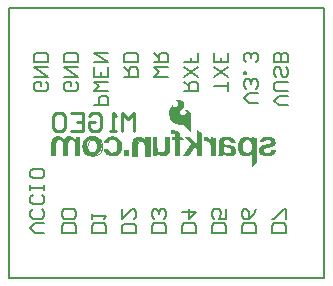
<source format=gbo>
G04 Layer_Color=32768*
%FSLAX25Y25*%
%MOIN*%
G70*
G01*
G75*
%ADD18C,0.01000*%
%ADD19C,0.00800*%
%ADD37C,0.00714*%
%ADD38C,0.00100*%
G36*
X153580Y142670D02*
X153580Y142452D01*
X153500Y142022D01*
X153344Y141615D01*
X153116Y141242D01*
X152970Y141080D01*
X152959Y141068D01*
X152935Y141044D01*
X152910Y141021D01*
X152884Y141000D01*
X152870Y140990D01*
X152745Y140900D01*
X152470Y140757D01*
X152178Y140655D01*
X151874Y140597D01*
X151720Y140590D01*
X151573Y140583D01*
X151278Y140589D01*
X150985Y140614D01*
X150694Y140658D01*
X150550Y140690D01*
Y140690D01*
X150524Y140696D01*
X150472Y140712D01*
X150422Y140732D01*
X150373Y140756D01*
X150350Y140770D01*
X150206Y140857D01*
X149938Y141062D01*
X149693Y141294D01*
X149475Y141551D01*
X149380Y141690D01*
X149370D01*
Y140750D01*
X147790D01*
Y146900D01*
X149450D01*
Y143630D01*
X149452Y143508D01*
X149467Y143263D01*
X149497Y143020D01*
X149542Y142779D01*
X149570Y142660D01*
X149606Y142544D01*
X149718Y142330D01*
X149875Y142146D01*
X150071Y142003D01*
X150180Y141950D01*
X150319Y141900D01*
X150608Y141843D01*
X150903Y141845D01*
X151192Y141907D01*
X151330Y141960D01*
X151330Y141960D01*
X151394Y141991D01*
X151514Y142068D01*
X151620Y142162D01*
X151711Y142271D01*
X151750Y142330D01*
X151792Y142405D01*
X151862Y142561D01*
X151912Y142726D01*
X151943Y142894D01*
X151950Y142980D01*
X151950D01*
Y146920D01*
X153580D01*
X153580Y142670D01*
D02*
G37*
G36*
X186461Y147061D02*
X186550Y147060D01*
Y147060D01*
X186763Y147056D01*
X187184Y146991D01*
X187592Y146870D01*
X187980Y146694D01*
X188160Y146580D01*
X188235Y146532D01*
X188371Y146416D01*
X188488Y146282D01*
X188584Y146131D01*
X188620Y146050D01*
X188689Y145896D01*
X188779Y145570D01*
X188817Y145234D01*
X188803Y144896D01*
X188770Y144730D01*
X188755Y144656D01*
X188703Y144513D01*
X188629Y144381D01*
X188535Y144262D01*
X188480Y144210D01*
X188480D01*
X188386Y144123D01*
X188180Y143972D01*
X187958Y143845D01*
X187723Y143746D01*
X187600Y143710D01*
X187424Y143658D01*
X187068Y143564D01*
X186711Y143479D01*
X186351Y143403D01*
X186170Y143370D01*
X186052Y143346D01*
X185819Y143285D01*
X185590Y143207D01*
X185368Y143113D01*
X185260Y143060D01*
X185169Y143003D01*
X185018Y142851D01*
X184922Y142659D01*
X184890Y142447D01*
X184900Y142340D01*
X184914Y142277D01*
X184959Y142157D01*
X185025Y142047D01*
X185111Y141951D01*
X185160Y141910D01*
X185236Y141857D01*
X185399Y141769D01*
X185574Y141708D01*
X185757Y141675D01*
X185850Y141670D01*
X185916Y141669D01*
X186049Y141668D01*
X186181D01*
X186314Y141669D01*
X186380Y141670D01*
X186409Y141671D01*
X186467Y141675D01*
X186525Y141683D01*
X186582Y141693D01*
X186610Y141700D01*
X186610Y141700D01*
X186703Y141727D01*
X186880Y141804D01*
X187043Y141908D01*
X187187Y142037D01*
X187250Y142110D01*
X187295Y142172D01*
X187367Y142306D01*
X187413Y142452D01*
X187431Y142604D01*
X187430Y142680D01*
Y142680D01*
Y142700D01*
X188950D01*
X188940Y142560D01*
X188938Y142531D01*
X188931Y142473D01*
X188921Y142415D01*
X188908Y142358D01*
X188900Y142330D01*
X188882Y142266D01*
X188843Y142140D01*
X188800Y142015D01*
X188754Y141891D01*
X188730Y141830D01*
Y141830D01*
X188693Y141738D01*
X188593Y141566D01*
X188468Y141411D01*
X188322Y141276D01*
X188240Y141220D01*
X188182Y141181D01*
X188066Y141104D01*
X187949Y141029D01*
X187830Y140956D01*
X187770Y140920D01*
Y140920D01*
X187690Y140872D01*
X187521Y140794D01*
X187344Y140733D01*
X187163Y140691D01*
X187070Y140680D01*
X186944Y140665D01*
X186692Y140640D01*
X186440Y140623D01*
X186187Y140612D01*
X186060Y140610D01*
X185929Y140608D01*
X185668Y140617D01*
X185407Y140640D01*
X185148Y140675D01*
X185020Y140700D01*
X185020Y140700D01*
X184818Y140738D01*
X184434Y140884D01*
X184081Y141094D01*
X183770Y141361D01*
X183640Y141520D01*
X183576Y141598D01*
X183472Y141770D01*
X183393Y141955D01*
X183342Y142150D01*
X183330Y142250D01*
X183330Y142250D01*
X183324Y142301D01*
X183314Y142403D01*
X183307Y142506D01*
X183301Y142609D01*
X183300Y142660D01*
X183297Y142764D01*
X183316Y142973D01*
X183359Y143177D01*
X183425Y143376D01*
X183470Y143470D01*
X183490Y143513D01*
X183540Y143594D01*
X183598Y143670D01*
X183664Y143739D01*
X183700Y143770D01*
X183764Y143825D01*
X183901Y143925D01*
X184044Y144016D01*
X184193Y144096D01*
X184270Y144130D01*
X184270Y144130D01*
X184429Y144201D01*
X184755Y144321D01*
X185089Y144419D01*
X185428Y144494D01*
X185600Y144520D01*
X185701Y144536D01*
X185902Y144571D01*
X186102Y144611D01*
X186301Y144656D01*
X186400Y144680D01*
X186478Y144702D01*
X186630Y144757D01*
X186776Y144827D01*
X186915Y144912D01*
X186980Y144960D01*
X187014Y144988D01*
X187074Y145051D01*
X187125Y145122D01*
X187165Y145199D01*
X187180Y145240D01*
X187196Y145299D01*
X187208Y145421D01*
X187193Y145542D01*
X187151Y145657D01*
X187120Y145710D01*
X187098Y145742D01*
X187047Y145800D01*
X186989Y145850D01*
X186924Y145892D01*
X186890Y145910D01*
X186890Y145910D01*
X186847Y145929D01*
X186759Y145962D01*
X186669Y145987D01*
X186577Y146004D01*
X186530Y146010D01*
X186445Y146018D01*
X186275Y146027D01*
X186105D01*
X185935Y146018D01*
X185850Y146010D01*
X185773Y145999D01*
X185622Y145962D01*
X185478Y145904D01*
X185343Y145826D01*
X185280Y145780D01*
X185234Y145741D01*
X185152Y145654D01*
X185083Y145555D01*
X185030Y145447D01*
X185010Y145390D01*
X185010Y145390D01*
X185003Y145364D01*
X184991Y145312D01*
X184983Y145260D01*
X184980Y145207D01*
X184980Y145180D01*
X183450D01*
X183480Y145460D01*
X183502Y145474D01*
X183480Y145490D01*
X183560Y145710D01*
X183574Y145750D01*
X183607Y145829D01*
X183642Y145906D01*
X183680Y145983D01*
X183700Y146020D01*
X183725Y146066D01*
X183781Y146153D01*
X183844Y146236D01*
X183913Y146314D01*
X183950Y146350D01*
X184036Y146434D01*
X184226Y146584D01*
X184430Y146712D01*
X184647Y146819D01*
X184760Y146860D01*
X184890Y146907D01*
X185156Y146980D01*
X185427Y147030D01*
X185702Y147058D01*
X185840Y147060D01*
X185929Y147061D01*
X186106Y147063D01*
X186284D01*
X186461Y147061D01*
D02*
G37*
G36*
X164170Y148340D02*
Y140730D01*
X164150Y140710D01*
X162520D01*
Y140760D01*
Y142860D01*
X161810Y143550D01*
X161790Y143520D01*
X160110Y140750D01*
X158110Y140740D01*
X160730Y144670D01*
X158460Y146890D01*
X160300D01*
X162540Y144650D01*
Y149270D01*
X164170Y148340D01*
D02*
G37*
G36*
X134796Y147258D02*
X135098Y147223D01*
X135396Y147158D01*
X135540Y147110D01*
X135970Y146968D01*
X136714Y146453D01*
X137281Y145748D01*
X137624Y144910D01*
X137670Y144460D01*
X137670Y144460D01*
X137682Y144338D01*
X137699Y144093D01*
X137706Y143848D01*
X137705Y143603D01*
X137700Y143480D01*
X137690Y143238D01*
X137595Y142764D01*
X137427Y142311D01*
X137190Y141890D01*
X137040Y141700D01*
X136902Y141525D01*
X136571Y141227D01*
X136196Y140987D01*
X135786Y140812D01*
X135570Y140760D01*
X135418Y140723D01*
X135110Y140668D01*
X134799Y140630D01*
X134486Y140611D01*
X134330Y140610D01*
X134154Y140610D01*
X133806Y140652D01*
X133465Y140736D01*
X133136Y140859D01*
X132980Y140940D01*
X132718Y141076D01*
X132260Y141450D01*
X131888Y141910D01*
X131618Y142435D01*
X131540Y142720D01*
X131528Y142765D01*
X131509Y142857D01*
X131496Y142950D01*
X131490Y143043D01*
Y143090D01*
Y143110D01*
X133090D01*
Y143110D01*
X133100Y143008D01*
X133140Y142806D01*
X133206Y142612D01*
X133296Y142427D01*
X133350Y142340D01*
X133350D01*
X133383Y142293D01*
X133457Y142203D01*
X133540Y142123D01*
X133632Y142052D01*
X133680Y142020D01*
X133759Y141974D01*
X133925Y141899D01*
X134099Y141846D01*
X134279Y141816D01*
X134370Y141810D01*
X134451Y141809D01*
X134613Y141817D01*
X134774Y141840D01*
X134932Y141876D01*
X135010Y141900D01*
X135159Y141959D01*
X135429Y142127D01*
X135652Y142356D01*
X135815Y142630D01*
X135870Y142780D01*
X135913Y142930D01*
X135982Y143235D01*
X136029Y143543D01*
X136055Y143854D01*
X136060Y144010D01*
X136052Y144240D01*
X135972Y144692D01*
X135808Y145122D01*
X135567Y145513D01*
X135420Y145690D01*
X135387Y145724D01*
X135313Y145785D01*
X135232Y145836D01*
X135145Y145875D01*
X135100Y145890D01*
X135100Y145890D01*
X135018Y145913D01*
X134852Y145949D01*
X134684Y145974D01*
X134515Y145988D01*
X134430Y145990D01*
X134345Y145989D01*
X134176Y145972D01*
X134010Y145936D01*
X133848Y145883D01*
X133770Y145850D01*
X133639Y145779D01*
X133415Y145584D01*
X133254Y145334D01*
X133171Y145049D01*
X133160Y144900D01*
Y144890D01*
X131510D01*
X131510Y144890D01*
X131524Y145010D01*
X131570Y145248D01*
X131636Y145482D01*
X131719Y145710D01*
X131770Y145820D01*
X131873Y146044D01*
X132171Y146436D01*
X132547Y146755D01*
X132982Y146985D01*
X133220Y147050D01*
X133357Y147088D01*
X133635Y147151D01*
X133916Y147201D01*
X134198Y147238D01*
X134340Y147250D01*
X134492Y147263D01*
X134796Y147258D01*
D02*
G37*
G36*
X140080Y140720D02*
X138130D01*
Y142630D01*
X140080D01*
Y140720D01*
D02*
G37*
G36*
X143361Y147064D02*
X143460Y147060D01*
Y147060D01*
X143617Y147053D01*
X143926Y146991D01*
X144222Y146882D01*
X144496Y146728D01*
X144620Y146630D01*
X144668Y146592D01*
X144759Y146510D01*
X144844Y146422D01*
X144923Y146329D01*
X144960Y146280D01*
X144974Y146261D01*
X145001Y146224D01*
X145029Y146186D01*
X145056Y146149D01*
X145070Y146130D01*
X145076Y146122D01*
X145088Y146107D01*
X145100Y146092D01*
X145113Y146077D01*
X145120Y146070D01*
X145127Y146063D01*
X145143Y146052D01*
X145161Y146044D01*
X145180Y146040D01*
X145190Y146040D01*
X145220D01*
Y146910D01*
X146810D01*
Y140720D01*
X145150D01*
Y144140D01*
X145150Y144174D01*
X145151Y144241D01*
Y144309D01*
X145150Y144376D01*
X145150Y144410D01*
X145150Y144410D01*
X145147Y144489D01*
X145131Y144647D01*
X145101Y144803D01*
X145057Y144955D01*
X145030Y145030D01*
X144999Y145103D01*
X144925Y145241D01*
X144834Y145370D01*
X144728Y145487D01*
X144670Y145540D01*
X144602Y145594D01*
X144455Y145683D01*
X144295Y145747D01*
X144126Y145783D01*
X144040Y145790D01*
X143985Y145792D01*
X143875Y145797D01*
X143765Y145802D01*
X143655Y145807D01*
X143600Y145810D01*
X143567Y145811D01*
X143501Y145807D01*
X143435Y145797D01*
X143371Y145781D01*
X143340Y145770D01*
X143340D01*
X143270Y145741D01*
X143138Y145665D01*
X143021Y145569D01*
X142922Y145454D01*
X142880Y145390D01*
X142827Y145295D01*
X142741Y145095D01*
X142683Y144885D01*
X142654Y144669D01*
X142650Y144560D01*
Y140760D01*
X141040D01*
Y144910D01*
X141042Y145022D01*
X141059Y145244D01*
X141092Y145465D01*
X141139Y145683D01*
X141170Y145790D01*
X141201Y145897D01*
X141289Y146103D01*
X141403Y146295D01*
X141541Y146471D01*
X141620Y146550D01*
X141725Y146654D01*
X141968Y146824D01*
X142237Y146949D01*
X142523Y147026D01*
X142670Y147040D01*
X142768Y147049D01*
X142966Y147061D01*
X143164Y147066D01*
X143361Y147064D01*
D02*
G37*
G36*
X128480Y147190D02*
X129810Y146530D01*
X130650Y145460D01*
X130970Y144060D01*
X130730Y142530D01*
X130100Y141550D01*
X128980Y140850D01*
X127800Y140690D01*
X126810Y140790D01*
X126080Y141040D01*
X125640Y141350D01*
X125170Y141800D01*
X124850Y142310D01*
X124580Y143280D01*
X124480Y144110D01*
X124590Y144970D01*
X125000Y145890D01*
X125430Y146390D01*
X126210Y146930D01*
X126850Y147150D01*
X127640Y147250D01*
X127660Y146080D01*
X127620D01*
X127140Y146040D01*
X126750Y145830D01*
X126410Y145500D01*
X126110Y144850D01*
X126010Y144080D01*
Y143510D01*
X126160Y142890D01*
X126380Y142400D01*
X126820Y142000D01*
X127530Y141760D01*
X128240Y141850D01*
X128910Y142260D01*
X129130Y142680D01*
X129280Y143140D01*
X129350Y143640D01*
X129330Y144380D01*
X129220Y144970D01*
X129060Y145330D01*
X128740Y145770D01*
X128270Y146030D01*
X127830Y146090D01*
Y147240D01*
X127880Y147260D01*
X127900D01*
X128480Y147190D01*
D02*
G37*
G36*
X173315Y147028D02*
X173570Y146980D01*
X173693Y146957D01*
X173936Y146891D01*
X174172Y146806D01*
X174400Y146701D01*
X174510Y146640D01*
X174726Y146519D01*
X175083Y146175D01*
X175340Y145752D01*
X175482Y145278D01*
X175490Y145040D01*
X175500D01*
X175490Y145030D01*
X175490D01*
X175490Y145040D01*
X173830D01*
X173830Y145060D01*
X173820Y145197D01*
X173740Y145459D01*
X173586Y145687D01*
X173373Y145859D01*
X173250Y145920D01*
X173194Y145941D01*
X173078Y145975D01*
X172960Y145998D01*
X172840Y146009D01*
X172780Y146010D01*
X172712Y146009D01*
X172577Y146006D01*
X172442Y146001D01*
X172307Y145994D01*
X172240Y145990D01*
X172182Y145984D01*
X172069Y145960D01*
X171960Y145919D01*
X171858Y145863D01*
X171810Y145830D01*
X171768Y145796D01*
X171692Y145717D01*
X171628Y145629D01*
X171579Y145531D01*
X171560Y145480D01*
X171560D01*
X171537Y145401D01*
X171511Y145238D01*
Y145072D01*
X171537Y144910D01*
X171560Y144830D01*
X171564Y144818D01*
X171575Y144794D01*
X171587Y144771D01*
X171602Y144750D01*
X171610Y144740D01*
X171623Y144725D01*
X171652Y144695D01*
X171682Y144668D01*
X171713Y144642D01*
X171730Y144630D01*
X171773Y144601D01*
X171861Y144550D01*
X171954Y144508D01*
X172051Y144474D01*
X172100Y144460D01*
X172164Y144445D01*
X172293Y144417D01*
X172424Y144395D01*
X172554Y144377D01*
X172620Y144370D01*
Y144370D01*
X172729Y144360D01*
X172946Y144338D01*
X173164Y144315D01*
X173381Y144292D01*
X173490Y144280D01*
X173643Y144263D01*
X173946Y144208D01*
X174244Y144133D01*
X174537Y144037D01*
X174680Y143980D01*
X174788Y143936D01*
X174989Y143818D01*
X175169Y143670D01*
X175326Y143497D01*
X175390Y143400D01*
X175443Y143321D01*
X175527Y143150D01*
X175591Y142971D01*
X175631Y142785D01*
X175640Y142690D01*
X175640Y142690D01*
X175654Y142534D01*
X175641Y142220D01*
X175585Y141910D01*
X175488Y141612D01*
X175420Y141470D01*
X175420D01*
X175384Y141395D01*
X175291Y141256D01*
X175179Y141132D01*
X175051Y141024D01*
X174980Y140980D01*
X174862Y140907D01*
X174611Y140787D01*
X174349Y140696D01*
X174078Y140635D01*
X173940Y140620D01*
X173780Y140603D01*
X173457Y140595D01*
X173136Y140615D01*
X172817Y140663D01*
X172660Y140700D01*
X172660D01*
X172502Y140737D01*
X172201Y140856D01*
X171919Y141016D01*
X171663Y141214D01*
X171550Y141330D01*
Y141330D01*
X171537Y141340D01*
X171507Y141348D01*
X171476Y141339D01*
X171455Y141315D01*
X171450Y141300D01*
X171440Y141248D01*
X171419Y141146D01*
X171397Y141043D01*
X171373Y140941D01*
X171360Y140890D01*
X171360D01*
X171356Y140876D01*
X171349Y140849D01*
X171342Y140821D01*
X171334Y140794D01*
X171330Y140780D01*
X171328Y140774D01*
X171320Y140764D01*
X171309Y140758D01*
X171296Y140758D01*
X171290Y140760D01*
X169700D01*
X169730Y140840D01*
X169774Y140967D01*
X169843Y141225D01*
X169889Y141489D01*
X169909Y141756D01*
X169910Y141890D01*
Y141890D01*
X169906Y142104D01*
X169901Y142531D01*
X169899Y142959D01*
X169899Y143386D01*
X169900Y143600D01*
X171510D01*
Y143270D01*
X171512Y143161D01*
X171526Y142945D01*
X171553Y142729D01*
X171594Y142516D01*
X171620Y142410D01*
X171622Y142401D01*
X171627Y142384D01*
X171632Y142366D01*
X171637Y142349D01*
X171640Y142340D01*
X171640Y142340D01*
X171649Y142313D01*
X171672Y142260D01*
X171700Y142210D01*
X171732Y142162D01*
X171750Y142140D01*
X171784Y142100D01*
X171855Y142024D01*
X171931Y141951D01*
X172009Y141883D01*
X172050Y141850D01*
X172079Y141828D01*
X172141Y141789D01*
X172206Y141756D01*
X172275Y141730D01*
X172310Y141720D01*
X172362Y141707D01*
X172466Y141686D01*
X172571Y141671D01*
X172677Y141662D01*
X172730Y141660D01*
X172806Y141659D01*
X172959Y141659D01*
X173112Y141665D01*
X173264Y141674D01*
X173340Y141680D01*
X173413Y141690D01*
X173555Y141729D01*
X173688Y141793D01*
X173807Y141879D01*
X173860Y141930D01*
X173893Y141968D01*
X173951Y142051D01*
X173994Y142143D01*
X174022Y142240D01*
X174030Y142290D01*
X174037Y142380D01*
X174032Y142561D01*
X173999Y142738D01*
X173939Y142909D01*
X173900Y142990D01*
X173900Y142990D01*
X173881Y143023D01*
X173838Y143087D01*
X173787Y143145D01*
X173731Y143197D01*
X173700Y143220D01*
X173700Y143220D01*
X173629Y143268D01*
X173479Y143349D01*
X173320Y143409D01*
X173154Y143449D01*
X173070Y143460D01*
X172999Y143467D01*
X172856Y143482D01*
X172714Y143497D01*
X172571Y143512D01*
X172500Y143520D01*
X172401Y143531D01*
X172206Y143564D01*
X172013Y143609D01*
X171823Y143666D01*
X171730Y143700D01*
X171697Y143712D01*
X171638Y143747D01*
X171587Y143794D01*
X171545Y143849D01*
X171530Y143880D01*
X171510D01*
Y143640D01*
X169910D01*
Y145540D01*
X169910Y145687D01*
X169981Y145972D01*
X170120Y146231D01*
X170318Y146449D01*
X170440Y146530D01*
X170561Y146611D01*
X170819Y146747D01*
X171088Y146858D01*
X171367Y146942D01*
X171510Y146970D01*
X171764Y147020D01*
X172280Y147072D01*
X172799Y147074D01*
X173315Y147028D01*
D02*
G37*
G36*
X165450Y147050D02*
X165554Y147048D01*
X165761Y147013D01*
X165959Y146947D01*
X166145Y146851D01*
X166230Y146790D01*
X166230Y146790D01*
X166273Y146760D01*
X166359Y146700D01*
X166446Y146643D01*
X166535Y146587D01*
X166580Y146560D01*
X166622Y146535D01*
X166700Y146475D01*
X166771Y146407D01*
X166833Y146331D01*
X166860Y146290D01*
X166893Y146239D01*
X166961Y146136D01*
X167028Y146033D01*
X167096Y145931D01*
X167130Y145880D01*
X167210Y145760D01*
X167270Y145740D01*
X167310Y145760D01*
Y146890D01*
X168830Y146620D01*
X168840Y140760D01*
X167200D01*
Y143840D01*
X167198Y143925D01*
X167183Y144095D01*
X167155Y144263D01*
X167115Y144429D01*
X167090Y144510D01*
X167044Y144634D01*
X166921Y144869D01*
X166760Y145080D01*
X166567Y145262D01*
X166460Y145340D01*
X166388Y145385D01*
X166238Y145460D01*
X166078Y145515D01*
X165914Y145550D01*
X165830Y145560D01*
X165754Y145566D01*
X165601Y145572D01*
X165449D01*
X165296Y145566D01*
X165220Y145560D01*
X165189Y145557D01*
X165129Y145548D01*
X165068Y145536D01*
X165009Y145519D01*
X164980Y145510D01*
X164973Y145508D01*
X164958Y145504D01*
X164943Y145501D01*
X164928Y145500D01*
X164920Y145500D01*
X164910D01*
Y147020D01*
X164910D01*
X164910Y147020D01*
Y147020D01*
X164977Y147029D01*
X165112Y147041D01*
X165247Y147049D01*
X165382Y147051D01*
X165450Y147050D01*
D02*
G37*
G36*
X155114Y149256D02*
X155190Y149250D01*
X155393Y149235D01*
X155784Y149127D01*
X156147Y148944D01*
X156468Y148694D01*
X156600Y148540D01*
X156657Y148474D01*
X156751Y148328D01*
X156824Y148171D01*
X156876Y148006D01*
X156890Y147920D01*
X156907Y147816D01*
X156934Y147607D01*
X156951Y147396D01*
X156960Y147186D01*
X156960Y147080D01*
X156960Y146900D01*
X157500D01*
X158550Y145850D01*
X156980Y145840D01*
Y145760D01*
Y140720D01*
X155340D01*
Y145850D01*
X154160D01*
Y146900D01*
X155330D01*
Y147450D01*
X155328Y147498D01*
X155315Y147594D01*
X155290Y147688D01*
X155253Y147777D01*
X155230Y147820D01*
X155203Y147861D01*
X155138Y147933D01*
X155058Y147990D01*
X154968Y148028D01*
X154920Y148040D01*
X154920Y148040D01*
X154829Y148055D01*
X154647Y148072D01*
X154463D01*
X154281Y148055D01*
X154190Y148040D01*
X154176Y148038D01*
X154149Y148034D01*
X154121Y148031D01*
X154094Y148030D01*
X154080Y148030D01*
X154050D01*
Y149220D01*
X154060D01*
Y149220D01*
X154125Y149223D01*
X154255Y149229D01*
X154385Y149237D01*
X154515Y149245D01*
X154580Y149250D01*
X154656Y149256D01*
X154809Y149261D01*
X154961D01*
X155114Y149256D01*
D02*
G37*
G36*
X156925Y159361D02*
X157174Y159292D01*
X157411Y159188D01*
X157520Y159120D01*
X157600Y159070D01*
X157753Y158959D01*
X157899Y158839D01*
X158036Y158709D01*
X158100Y158640D01*
X158100Y158640D01*
X158225Y158504D01*
X158380Y158169D01*
X158423Y157803D01*
X158350Y157441D01*
X158260Y157280D01*
X158157Y157098D01*
X157923Y156751D01*
X157662Y156424D01*
X157375Y156120D01*
X157220Y155980D01*
X157085Y155827D01*
X156936Y155451D01*
X156967Y155048D01*
X157173Y154700D01*
X157330Y154570D01*
Y154570D01*
X157411Y154521D01*
X157581Y154438D01*
X157760Y154377D01*
X157946Y154340D01*
X158040Y154330D01*
X158150Y154327D01*
X158367Y154351D01*
X158577Y154415D01*
X158771Y154516D01*
X158860Y154580D01*
X158897Y154611D01*
X158963Y154681D01*
X159019Y154759D01*
X159063Y154845D01*
X159080Y154890D01*
X159099Y154955D01*
X159121Y155088D01*
Y155222D01*
X159099Y155355D01*
X159080Y155420D01*
X159073Y155438D01*
X159055Y155471D01*
X159032Y155502D01*
X159005Y155528D01*
X158990Y155540D01*
X158948Y155570D01*
X158865Y155629D01*
X158783Y155689D01*
X158701Y155749D01*
X158660Y155780D01*
X158660Y155780D01*
X158638Y155795D01*
X158590Y155816D01*
X158538Y155826D01*
X158492Y155825D01*
X158460Y155820D01*
X158486Y155825D01*
X158492Y155825D01*
X158650Y155850D01*
X158742Y155864D01*
X158927Y155879D01*
X159113D01*
X159298Y155864D01*
X159390Y155850D01*
X159531Y155828D01*
X159799Y155727D01*
X160042Y155575D01*
X160248Y155378D01*
X160330Y155260D01*
X160400Y155158D01*
X160508Y154936D01*
X160579Y154699D01*
X160613Y154454D01*
X160610Y154330D01*
Y148360D01*
X158690Y150520D01*
X158611Y150605D01*
X158440Y150761D01*
X158253Y150900D01*
X158054Y151019D01*
X157950Y151070D01*
X157914Y151086D01*
X157841Y151112D01*
X157766Y151132D01*
X157689Y151146D01*
X157650Y151150D01*
X157650Y151150D01*
X156750D01*
X156547Y151150D01*
X156146Y151205D01*
X155755Y151314D01*
X155383Y151475D01*
X155210Y151580D01*
X155031Y151689D01*
X154697Y151942D01*
X154392Y152229D01*
X154119Y152548D01*
X154000Y152720D01*
X153784Y153034D01*
X153471Y153729D01*
X153289Y154470D01*
X153244Y155231D01*
X153290Y155610D01*
X153309Y155766D01*
X153382Y156071D01*
X153488Y156366D01*
X153626Y156648D01*
X153710Y156780D01*
X153710Y156780D01*
X153787Y156901D01*
X153966Y157125D01*
X154168Y157330D01*
X154390Y157511D01*
X154510Y157590D01*
X154510D01*
Y157240D01*
X154510Y157226D01*
X154514Y157197D01*
X154522Y157169D01*
X154533Y157143D01*
X154540Y157130D01*
X154565Y157091D01*
X154624Y157018D01*
X154692Y156955D01*
X154769Y156902D01*
X154810Y156880D01*
X154820Y156875D01*
X154839Y156867D01*
X154859Y156859D01*
X154880Y156853D01*
X154890Y156850D01*
X154974Y156833D01*
X155144Y156827D01*
X155311Y156858D01*
X155468Y156924D01*
X155540Y156970D01*
X155585Y157002D01*
X155675Y157067D01*
X155765Y157132D01*
X155855Y157197D01*
X155900Y157230D01*
X155944Y157263D01*
X156027Y157335D01*
X156105Y157413D01*
X156177Y157496D01*
X156210Y157540D01*
X156242Y157585D01*
X156299Y157679D01*
X156350Y157776D01*
X156392Y157878D01*
X156410Y157930D01*
X156419Y157962D01*
X156432Y158026D01*
X156437Y158092D01*
X156434Y158157D01*
X156430Y158190D01*
Y158190D01*
X156404Y158300D01*
X156311Y158507D01*
X156168Y158682D01*
X155983Y158813D01*
X155880Y158860D01*
X155831Y158877D01*
X155729Y158906D01*
X155627Y158926D01*
X155522Y158937D01*
X155470Y158940D01*
X155470Y158940D01*
X155440Y158941D01*
X155380Y158942D01*
X155320D01*
X155260Y158941D01*
X155230Y158940D01*
D01*
X155230D01*
X155230D01*
X155240Y158950D01*
X155279Y158988D01*
X155365Y159055D01*
X155458Y159111D01*
X155558Y159154D01*
X155610Y159170D01*
X155628Y159176D01*
X155664Y159189D01*
X155699Y159204D01*
X155733Y159221D01*
X155750Y159230D01*
X155761Y159236D01*
X155783Y159247D01*
X155805Y159257D01*
X155828Y159266D01*
X155840Y159270D01*
X155925Y159298D01*
X156098Y159341D01*
X156273Y159371D01*
X156451Y159388D01*
X156540Y159390D01*
X156540Y159390D01*
X156669Y159393D01*
X156925Y159361D01*
D02*
G37*
G36*
X179178Y147059D02*
X179373Y147049D01*
X179470Y147040D01*
X179494Y147038D01*
X179542Y147031D01*
X179590Y147021D01*
X179637Y147008D01*
X179660Y147000D01*
X179726Y146977D01*
X179858Y146929D01*
X179988Y146876D01*
X180117Y146820D01*
X180180Y146790D01*
X180180Y146790D01*
X180221Y146771D01*
X180298Y146725D01*
X180371Y146672D01*
X180439Y146613D01*
X180470Y146580D01*
X180514Y146533D01*
X180603Y146439D01*
X180690Y146344D01*
X180777Y146248D01*
X180820Y146200D01*
X180910Y146100D01*
X180930Y146110D01*
X180960Y146140D01*
X180950Y146930D01*
X182480Y146640D01*
Y146610D01*
Y138540D01*
X180850Y137070D01*
Y141480D01*
Y142700D01*
X180800D01*
Y142700D01*
X180792Y142699D01*
X180778Y142705D01*
X180769Y142718D01*
X180767Y142733D01*
X180770Y142740D01*
Y142740D01*
X180783Y142773D01*
X180807Y142840D01*
X180830Y142908D01*
X180850Y142976D01*
X180860Y143010D01*
X180870Y143048D01*
X180886Y143125D01*
X180899Y143203D01*
X180907Y143281D01*
X180910Y143320D01*
X180916Y143446D01*
X180924Y143699D01*
X180927Y143951D01*
X180924Y144204D01*
X180920Y144330D01*
X180911Y144454D01*
X180866Y144700D01*
X180784Y144935D01*
X180669Y145156D01*
X180600Y145260D01*
X180544Y145333D01*
X180424Y145470D01*
X180290Y145596D01*
X180146Y145709D01*
X180070Y145760D01*
X180036Y145781D01*
X179964Y145815D01*
X179888Y145840D01*
X179810Y145856D01*
X179770Y145860D01*
X179770D01*
X179716Y145864D01*
X179609Y145870D01*
X179501Y145875D01*
X179394Y145879D01*
X179340Y145880D01*
X179253Y145878D01*
X179080Y145856D01*
X178913Y145808D01*
X178755Y145735D01*
X178680Y145690D01*
X178519Y145571D01*
X178243Y145283D01*
X178039Y144939D01*
X177917Y144558D01*
X177890Y144360D01*
X177890Y144360D01*
X177878Y144164D01*
X177878Y143771D01*
X177908Y143380D01*
X177968Y142992D01*
X178010Y142800D01*
X178059Y142641D01*
X178216Y142348D01*
X178443Y142106D01*
X178725Y141929D01*
X178880Y141870D01*
X178969Y141845D01*
X179150Y141809D01*
X179333Y141791D01*
X179518Y141792D01*
X179610Y141800D01*
Y141800D01*
X179684Y141810D01*
X179832Y141841D01*
X179975Y141886D01*
X180113Y141945D01*
X180180Y141980D01*
X180263Y142030D01*
X180413Y142151D01*
X180541Y142297D01*
X180641Y142462D01*
X180680Y142550D01*
X180682Y142554D01*
X180686Y142562D01*
X180691Y142570D01*
X180697Y142577D01*
X180700Y142580D01*
X180707Y142587D01*
X180718Y142603D01*
X180726Y142621D01*
X180729Y142640D01*
X180730Y142650D01*
X180730Y142670D01*
X180760Y142640D01*
Y141470D01*
X180760D01*
X180673Y141318D01*
X180438Y141058D01*
X180153Y140854D01*
X179832Y140714D01*
X179660Y140680D01*
X179660Y140680D01*
X179482Y140644D01*
X179120Y140611D01*
X178757Y140616D01*
X178397Y140659D01*
X178220Y140700D01*
X178034Y140743D01*
X177682Y140889D01*
X177360Y141094D01*
X177078Y141350D01*
X176960Y141500D01*
X176960D01*
X176831Y141665D01*
X176618Y142025D01*
X176453Y142410D01*
X176340Y142813D01*
X176310Y143020D01*
X176263Y143345D01*
X176258Y144002D01*
X176341Y144653D01*
X176512Y145287D01*
X176640Y145590D01*
X176640Y145590D01*
X176686Y145698D01*
X176800Y145904D01*
X176936Y146095D01*
X177093Y146271D01*
X177180Y146350D01*
X177180Y146350D01*
X177257Y146420D01*
X177419Y146548D01*
X177590Y146666D01*
X177768Y146773D01*
X177860Y146820D01*
X177956Y146870D01*
X178159Y146949D01*
X178368Y147007D01*
X178582Y147043D01*
X178690Y147050D01*
X178787Y147056D01*
X178983Y147061D01*
X179178Y147059D01*
D02*
G37*
G36*
X184980Y145180D02*
Y145180D01*
D01*
Y145180D01*
D02*
G37*
G36*
X120050Y147260D02*
X120050Y147260D01*
X120118Y147258D01*
X120253Y147250D01*
X120388Y147237D01*
X120523Y147221D01*
X120590Y147210D01*
X120645Y147202D01*
X120753Y147180D01*
X120861Y147155D01*
X120967Y147126D01*
X121020Y147110D01*
X121020D01*
X121112Y147081D01*
X121288Y147001D01*
X121452Y146900D01*
X121603Y146779D01*
X121670Y146710D01*
X121970Y146400D01*
X122100Y146230D01*
X122190Y146210D01*
Y147080D01*
X123760D01*
Y140760D01*
X122060D01*
Y144620D01*
X122060D01*
X122072Y144714D01*
X122069Y144903D01*
X122028Y145088D01*
X121951Y145260D01*
X121900Y145340D01*
X121863Y145391D01*
X121785Y145490D01*
X121702Y145585D01*
X121615Y145676D01*
X121570Y145720D01*
X121518Y145766D01*
X121402Y145843D01*
X121274Y145899D01*
X121139Y145932D01*
X121070Y145940D01*
X121028Y145943D01*
X120943Y145948D01*
X120858Y145953D01*
X120773Y145958D01*
X120730Y145960D01*
X120730Y145960D01*
X120632Y145959D01*
X120438Y145924D01*
X120257Y145847D01*
X120099Y145731D01*
X120030Y145660D01*
X119966Y145580D01*
X119862Y145404D01*
X119791Y145213D01*
X119755Y145012D01*
X119750Y144910D01*
Y140750D01*
X118050D01*
Y144500D01*
X118050D01*
X118049Y144555D01*
X118045Y144665D01*
X118037Y144775D01*
X118027Y144885D01*
X118020Y144940D01*
X118003Y145039D01*
X117948Y145232D01*
X117864Y145415D01*
X117754Y145583D01*
X117690Y145660D01*
X117643Y145708D01*
X117538Y145792D01*
X117421Y145858D01*
X117295Y145905D01*
X117230Y145920D01*
X117230Y145920D01*
X117140Y145935D01*
X116957Y145954D01*
X116774Y145957D01*
X116591Y145943D01*
X116500Y145930D01*
X116405Y145909D01*
X116225Y145834D01*
X116068Y145720D01*
X115940Y145573D01*
X115890Y145490D01*
X115851Y145409D01*
X115787Y145242D01*
X115744Y145068D01*
X115723Y144890D01*
X115720Y144800D01*
Y140750D01*
X114050D01*
Y145310D01*
X114050D01*
X114058Y145474D01*
X114125Y145796D01*
X114239Y146104D01*
X114399Y146390D01*
X114500Y146520D01*
X114584Y146628D01*
X114786Y146815D01*
X115016Y146965D01*
X115267Y147076D01*
X115400Y147110D01*
X115523Y147141D01*
X115771Y147190D01*
X116021Y147225D01*
X116273Y147247D01*
X116400Y147250D01*
X116400Y147250D01*
X116533Y147254D01*
X116796Y147223D01*
X117053Y147154D01*
X117297Y147049D01*
X117410Y146980D01*
X117502Y146924D01*
X117677Y146798D01*
X117843Y146660D01*
X117998Y146510D01*
X118070Y146430D01*
X118092Y146406D01*
X118136Y146358D01*
X118181Y146310D01*
X118227Y146263D01*
X118250Y146240D01*
X118286Y146204D01*
X118286D01*
X118320Y146190D01*
X118393Y146350D01*
X118597Y146635D01*
X118851Y146877D01*
X119147Y147065D01*
X119310Y147130D01*
X119398Y147165D01*
X119580Y147216D01*
X119767Y147249D01*
X119955Y147263D01*
X120050Y147260D01*
D02*
G37*
%LPC*%
G36*
X172780Y146010D02*
X172780D01*
D01*
X172780D01*
D02*
G37*
%LPD*%
D18*
X141500Y149000D02*
Y154998D01*
X139501Y152999D01*
X137501Y154998D01*
Y149000D01*
X135502D02*
X133503D01*
X134502D01*
Y154998D01*
X135502Y153998D01*
X126505D02*
X127505Y154998D01*
X129504D01*
X130504Y153998D01*
Y150000D01*
X129504Y149000D01*
X127505D01*
X126505Y150000D01*
Y151999D01*
X128504D01*
X120507Y154998D02*
X124505D01*
Y149000D01*
X120507D01*
X124505Y151999D02*
X122506D01*
X115508Y154998D02*
X117508D01*
X118507Y153998D01*
Y150000D01*
X117508Y149000D01*
X115508D01*
X114509Y150000D01*
Y153998D01*
X115508Y154998D01*
D19*
X100000Y190000D02*
X205000D01*
Y100000D02*
Y190000D01*
X100000Y100000D02*
X205000D01*
X100000D02*
Y190000D01*
D37*
X193000Y157552D02*
X189828D01*
X188242Y159139D01*
X189828Y160725D01*
X193000D01*
Y162311D02*
X189035D01*
X188242Y163104D01*
Y164690D01*
X189035Y165483D01*
X193000D01*
X192207Y170241D02*
X193000Y169448D01*
Y167862D01*
X192207Y167069D01*
X191414D01*
X190621Y167862D01*
Y169448D01*
X189828Y170241D01*
X189035D01*
X188242Y169448D01*
Y167862D01*
X189035Y167069D01*
X193000Y171828D02*
X188242D01*
Y174207D01*
X189035Y175000D01*
X189828D01*
X190621Y174207D01*
Y171828D01*
Y174207D01*
X191414Y175000D01*
X192207D01*
X193000Y174207D01*
Y171828D01*
X183000Y158345D02*
X179828D01*
X178242Y159932D01*
X179828Y161518D01*
X183000D01*
X182207Y163104D02*
X183000Y163897D01*
Y165483D01*
X182207Y166276D01*
X181414D01*
X180621Y165483D01*
Y164690D01*
Y165483D01*
X179828Y166276D01*
X179035D01*
X178242Y165483D01*
Y163897D01*
X179035Y163104D01*
X178242Y167862D02*
X179035D01*
Y168655D01*
X178242D01*
Y167862D01*
X182207Y171828D02*
X183000Y172621D01*
Y174207D01*
X182207Y175000D01*
X181414D01*
X180621Y174207D01*
Y173414D01*
Y174207D01*
X179828Y175000D01*
X179035D01*
X178242Y174207D01*
Y172621D01*
X179035Y171828D01*
X173000Y162311D02*
Y165483D01*
Y163897D01*
X168242D01*
X173000Y167069D02*
X168242Y170241D01*
X173000D02*
X168242Y167069D01*
X173000Y175000D02*
Y171828D01*
X168242D01*
Y175000D01*
X170621Y171828D02*
Y173414D01*
X158241Y162311D02*
X163000D01*
Y164690D01*
X162207Y165483D01*
X160621D01*
X159828Y164690D01*
Y162311D01*
Y163897D02*
X158241Y165483D01*
X163000Y167069D02*
X158241Y170241D01*
X163000D02*
X158241Y167069D01*
X163000Y175000D02*
Y171828D01*
X160621D01*
Y173414D01*
Y171828D01*
X158241D01*
X153000Y167069D02*
X148241D01*
X149828Y168655D01*
X148241Y170241D01*
X153000D01*
X148241Y171828D02*
X153000D01*
Y174207D01*
X152207Y175000D01*
X150621D01*
X149828Y174207D01*
Y171828D01*
Y173414D02*
X148241Y175000D01*
X138242Y167069D02*
X143000D01*
Y169448D01*
X142207Y170241D01*
X140621D01*
X139828Y169448D01*
Y167069D01*
Y168655D02*
X138242Y170241D01*
X143000Y171828D02*
X138242D01*
Y174207D01*
X139035Y175000D01*
X142207D01*
X143000Y174207D01*
Y171828D01*
X128242Y157552D02*
X133000D01*
Y159932D01*
X132207Y160725D01*
X130621D01*
X129828Y159932D01*
Y157552D01*
X133000Y162311D02*
X128242D01*
X129828Y163897D01*
X128242Y165483D01*
X133000D01*
Y170241D02*
Y167069D01*
X128242D01*
Y170241D01*
X130621Y167069D02*
Y168655D01*
X128242Y171828D02*
X133000D01*
X128242Y175000D01*
X133000D01*
X122207Y165483D02*
X123000Y164690D01*
Y163104D01*
X122207Y162311D01*
X119035D01*
X118242Y163104D01*
Y164690D01*
X119035Y165483D01*
X120621D01*
Y163897D01*
X118242Y167069D02*
X123000D01*
X118242Y170241D01*
X123000D01*
Y171828D02*
X118242D01*
Y174207D01*
X119035Y175000D01*
X122207D01*
X123000Y174207D01*
Y171828D01*
X192259Y115000D02*
X187500D01*
Y117379D01*
X188293Y118172D01*
X191465D01*
X192259Y117379D01*
Y115000D01*
Y119758D02*
Y122931D01*
X191465D01*
X188293Y119758D01*
X187500D01*
X182258Y115000D02*
X177500D01*
Y117379D01*
X178293Y118172D01*
X181465D01*
X182258Y117379D01*
Y115000D01*
Y122931D02*
X181465Y121345D01*
X179879Y119758D01*
X178293D01*
X177500Y120552D01*
Y122138D01*
X178293Y122931D01*
X179086D01*
X179879Y122138D01*
Y119758D01*
X172258Y115000D02*
X167500D01*
Y117379D01*
X168293Y118172D01*
X171465D01*
X172258Y117379D01*
Y115000D01*
Y122931D02*
Y119758D01*
X169879D01*
X170672Y121345D01*
Y122138D01*
X169879Y122931D01*
X168293D01*
X167500Y122138D01*
Y120552D01*
X168293Y119758D01*
X162259Y115000D02*
X157500D01*
Y117379D01*
X158293Y118172D01*
X161465D01*
X162259Y117379D01*
Y115000D01*
X157500Y122138D02*
X162259D01*
X159879Y119758D01*
Y122931D01*
X152259Y115000D02*
X147500D01*
Y117379D01*
X148293Y118172D01*
X151465D01*
X152259Y117379D01*
Y115000D01*
X151465Y119758D02*
X152259Y120552D01*
Y122138D01*
X151465Y122931D01*
X150672D01*
X149879Y122138D01*
Y121345D01*
Y122138D01*
X149086Y122931D01*
X148293D01*
X147500Y122138D01*
Y120552D01*
X148293Y119758D01*
X142383Y114941D02*
X137624D01*
Y117320D01*
X138417Y118113D01*
X141589D01*
X142383Y117320D01*
Y114941D01*
X137624Y122872D02*
Y119700D01*
X140796Y122872D01*
X141589D01*
X142383Y122079D01*
Y120492D01*
X141589Y119700D01*
X132258Y115000D02*
X127500D01*
Y117379D01*
X128293Y118172D01*
X131465D01*
X132258Y117379D01*
Y115000D01*
X127500Y119758D02*
Y121345D01*
Y120552D01*
X132258D01*
X131465Y119758D01*
X122258Y115000D02*
X117500D01*
Y117379D01*
X118293Y118172D01*
X121465D01*
X122258Y117379D01*
Y115000D01*
X121465Y119758D02*
X122258Y120552D01*
Y122138D01*
X121465Y122931D01*
X118293D01*
X117500Y122138D01*
Y120552D01*
X118293Y119758D01*
X121465D01*
X111758Y115000D02*
X108586D01*
X107000Y116586D01*
X108586Y118172D01*
X111758D01*
X110965Y122931D02*
X111758Y122138D01*
Y120552D01*
X110965Y119758D01*
X107793D01*
X107000Y120552D01*
Y122138D01*
X107793Y122931D01*
X110965Y127689D02*
X111758Y126896D01*
Y125310D01*
X110965Y124517D01*
X107793D01*
X107000Y125310D01*
Y126896D01*
X107793Y127689D01*
X111758Y129275D02*
Y130861D01*
Y130069D01*
X107000D01*
Y129275D01*
Y130861D01*
X111758Y135620D02*
Y134034D01*
X110965Y133241D01*
X107793D01*
X107000Y134034D01*
Y135620D01*
X107793Y136413D01*
X110965D01*
X111758Y135620D01*
X112207Y165483D02*
X113000Y164690D01*
Y163104D01*
X112207Y162311D01*
X109035D01*
X108241Y163104D01*
Y164690D01*
X109035Y165483D01*
X110621D01*
Y163897D01*
X108241Y167069D02*
X113000D01*
X108241Y170242D01*
X113000D01*
Y171828D02*
X108241D01*
Y174207D01*
X109035Y175000D01*
X112207D01*
X113000Y174207D01*
Y171828D01*
D38*
X145120Y146070D02*
X145190Y146040D01*
X145070Y146130D02*
X145120Y146070D01*
X145070Y146130D02*
X144960Y146280D01*
Y146280D02*
X144620Y146630D01*
X144620Y146630D02*
X143460Y147060D01*
X143460D02*
X142670Y147040D01*
Y147040D02*
X141620Y146550D01*
X141620D02*
X141170Y145790D01*
X141170D02*
X141040Y144910D01*
X142880Y145390D02*
X142650Y144560D01*
X143340Y145770D02*
X142880Y145390D01*
X143600Y145810D02*
X143340Y145770D01*
X143600Y145810D02*
X144040Y145790D01*
X144670Y145540D02*
X144040Y145790D01*
X145030Y145030D02*
X144670Y145540D01*
X145150Y144410D02*
X145030Y145030D01*
X145150Y144140D02*
Y144410D01*
X128850Y145540D02*
X127870Y146020D01*
X129280Y144420D02*
X128850Y145540D01*
X129270Y143450D02*
X129280Y144420D01*
X129000Y142550D02*
X129270Y143450D01*
X128260Y141930D02*
X129000Y142550D01*
X126940Y142010D02*
X128260Y141930D01*
X126370Y142550D02*
X126940Y142010D01*
X126060Y143770D02*
X126370Y142550D01*
X126170Y144760D02*
X126060Y143770D01*
X126670Y145680D02*
X126170Y144760D01*
X127080Y145940D02*
X126670Y145680D01*
X127700Y146040D02*
X127080Y145940D01*
X127640Y147290D02*
X126760Y147180D01*
X126760Y147180D02*
X125500Y146520D01*
X125500Y146520D02*
X124911Y145836D01*
X124541Y145014D01*
X124420Y144120D01*
X124510Y143234D01*
X124760Y142380D01*
X125404Y141429D01*
X126390Y140840D01*
X127810Y140620D01*
X128962Y140830D01*
X129980Y141410D01*
X129980Y141410D02*
X130490Y142000D01*
X130490D02*
X130920Y143170D01*
X130920D02*
X130979Y143925D01*
X130910Y144680D01*
X130632Y145519D01*
X130128Y146246D01*
X129440Y146800D01*
X129440Y146800D02*
X128640Y147148D01*
X127780Y147290D01*
X146810Y140720D02*
Y146910D01*
X145220D02*
X146810D01*
X145220Y146040D02*
Y146910D01*
X145190Y146040D02*
X145220D01*
X141040Y140760D02*
Y144910D01*
Y140760D02*
X142650D01*
Y144560D01*
X145150Y140720D02*
Y144140D01*
Y140720D02*
X146810D01*
X127780Y146020D02*
Y147290D01*
Y146020D02*
X127870D01*
X127700Y146040D02*
Y147290D01*
X127640D02*
X127700D01*
M02*

</source>
